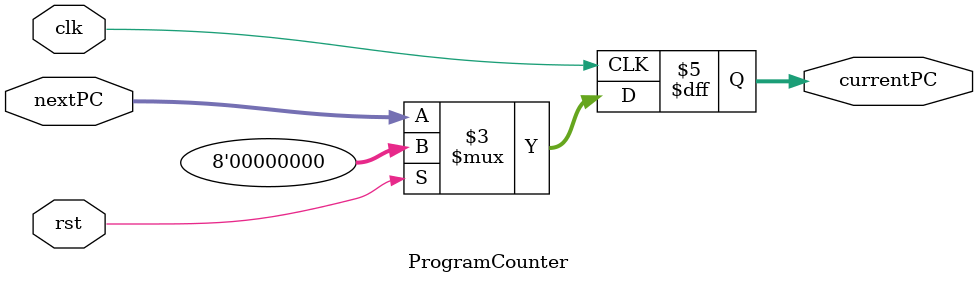
<source format=v>
module ProgramCounter (
    input wire clk,
    input wire rst,
    input wire [7:0] nextPC,       // Próximo PC (incrementado)
    output reg [7:0] currentPC     // PC atual
);

    always @(posedge clk) begin
        if (rst) begin
            currentPC <= 8'b0;  // Reset do PC
		  end
        else begin
            currentPC <= nextPC;  // Caminho normal (incrementado)
		  end
    end
endmodule

</source>
